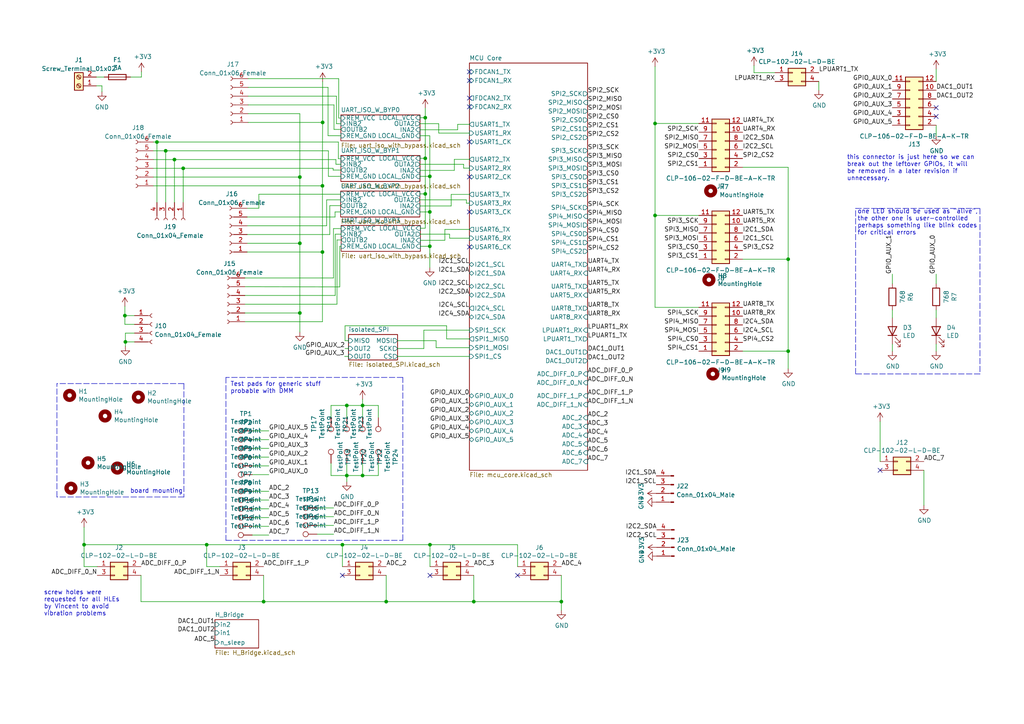
<source format=kicad_sch>
(kicad_sch (version 20211123) (generator eeschema)
  (paper "A4")
  (title_block (title "Avionics STM32 generic node") (date "2022-04-02") (rev "RC2 (Marroncino)") (company "EPFL Xplore") (comment 1 "Authors: Yassine Bakkali, Paolo Celati"))
  (junction (at 93.5228 73.1012))
  (junction (at 76.454 174.498))
  (junction (at 105.156 117.602))
  (junction (at 137.414 174.498))
  (junction (at 93.5736 35.5092))
  (junction (at 59.944 157.988))
  (junction (at 162.814 174.498))
  (junction (at 100.584 137.922))
  (junction (at 53.1368 48.8188))
  (junction (at 86.9696 51.3588))
  (junction (at 86.9696 70.5612))
  (junction (at 123.3424 56.2356))
  (junction (at 36.2204 91.5416))
  (junction (at 45.5168 41.1988))
  (junction (at 50.5968 46.2788))
  (junction (at 124.6632 71.4248))
  (junction (at 93.5228 53.8988))
  (junction (at 112.014 174.498))
  (junction (at 123.3424 34.1376))
  (junction (at 36.3728 99.1616))
  (junction (at 99.314 157.988))
  (junction (at 124.6632 61.468))
  (junction (at 24.384 157.988))
  (junction (at 100.584 117.602))
  (junction (at 123.3424 45.9232))
  (junction (at 189.992 35.814))
  (junction (at 86.9696 90.7796))
  (junction (at 228.6 75.184))
  (junction (at 189.992 62.484))
  (junction (at 228.6 101.854))
  (junction (at 124.714 157.988))
  (junction (at 105.156 137.922))
  (junction (at 124.6632 51.1556))
  (junction (at 48.0568 43.7388))
  (no_connect (at 99.314 166.878))
  (no_connect (at 136.144 23.368))
  (no_connect (at 136.144 30.988))
  (no_connect (at 271.526 31.242))
  (no_connect (at 271.526 33.782))
  (no_connect (at 124.714 166.878))
  (no_connect (at 150.114 166.878))
  (no_connect (at 136.144 71.628))
  (no_connect (at 136.144 61.468))
  (no_connect (at 136.144 41.148))
  (no_connect (at 136.144 51.308))
  (no_connect (at 255.27 136.398))
  (no_connect (at 136.144 20.828))
  (no_connect (at 136.144 28.448))
  (wire (pts (xy 99.949 103.378) (xy 101.092 103.378)))
  (wire (pts (xy 95.1484 39.37) (xy 98.8568 39.37)))
  (polyline (pts (xy 116.84 109.474) (xy 65.532 109.474)))
  (wire (pts (xy 50.5968 58.7248) (xy 50.5968 46.2788)))
  (wire (pts (xy 130.4036 69.088) (xy 136.144 69.088)))
  (wire (pts (xy 109.728 137.922) (xy 109.728 134.366)))
  (wire (pts (xy 123.3424 31.3944) (xy 123.3424 34.1376)))
  (wire (pts (xy 98.2472 34.2392) (xy 98.2472 22.8092)))
  (wire (pts (xy 77.978 132.588) (xy 73.152 132.588)))
  (wire (pts (xy 121.92 71.4248) (xy 124.6632 71.4248)))
  (wire (pts (xy 71.0184 90.7796) (xy 86.9696 90.7796)))
  (wire (pts (xy 105.156 117.602) (xy 105.156 121.158)))
  (wire (pts (xy 97.4344 47.6504) (xy 98.8568 47.6504)))
  (wire (pts (xy 86.9696 70.5612) (xy 86.9696 90.7796)))
  (wire (pts (xy 258.826 89.916) (xy 258.826 92.202)))
  (wire (pts (xy 86.9696 51.3588) (xy 86.9696 70.5612)))
  (wire (pts (xy 77.978 155.194) (xy 73.152 155.194)))
  (wire (pts (xy 77.978 124.968) (xy 73.152 124.968)))
  (wire (pts (xy 121.8184 45.9232) (xy 123.3424 45.9232)))
  (polyline (pts (xy 248.158 108.458) (xy 248.158 60.452)))
  (polyline (pts (xy 248.158 60.452) (xy 284.226 60.452)))
  (wire (pts (xy 98.806 59.6392) (xy 95.6564 59.6392)))
  (wire (pts (xy 45.5168 58.7248) (xy 45.5168 41.1988)))
  (wire (pts (xy 98.8568 51.1556) (xy 95.25 51.1556)))
  (wire (pts (xy 121.7676 57.9628) (xy 135.2804 57.9628)))
  (wire (pts (xy 40.894 174.498) (xy 76.454 174.498)))
  (polyline (pts (xy 65.532 109.474) (xy 65.532 156.718)))
  (wire (pts (xy 202.692 62.484) (xy 189.992 62.484)))
  (wire (pts (xy 135.2804 58.928) (xy 136.144 58.928)))
  (wire (pts (xy 93.5228 73.1012) (xy 93.5228 93.3196)))
  (wire (pts (xy 29.5656 24.892) (xy 29.5656 26.6192)))
  (wire (pts (xy 189.992 35.814) (xy 189.992 19.304)))
  (wire (pts (xy 121.8184 37.6428) (xy 132.7404 37.6428)))
  (polyline (pts (xy 16.51 144.145) (xy 16.51 111.252)))
  (wire (pts (xy 71.0184 88.2396) (xy 97.7392 88.2396)))
  (wire (pts (xy 109.728 117.602) (xy 109.728 121.158)))
  (wire (pts (xy 75.0824 56.3372) (xy 75.0824 60.4012)))
  (wire (pts (xy 122.936 95.758) (xy 136.144 95.758)))
  (wire (pts (xy 150.114 157.988) (xy 124.714 157.988)))
  (wire (pts (xy 98.9584 71.4248) (xy 98.552 71.4248)))
  (wire (pts (xy 132.7404 36.068) (xy 136.144 36.068)))
  (wire (pts (xy 271.526 36.322) (xy 271.526 39.37)))
  (wire (pts (xy 189.992 62.484) (xy 189.992 35.814)))
  (wire (pts (xy 40.894 174.498) (xy 40.894 166.878)))
  (wire (pts (xy 41.021 20.828) (xy 41.021 22.352)))
  (wire (pts (xy 86.9696 90.7796) (xy 86.9696 96.3168)))
  (wire (pts (xy 86.9696 32.9692) (xy 86.9696 51.3588)))
  (wire (pts (xy 271.526 99.822) (xy 271.526 101.854)))
  (wire (pts (xy 127.254 38.608) (xy 127.254 35.8648)))
  (wire (pts (xy 96.774 147.32) (xy 91.948 147.32)))
  (wire (pts (xy 71.6788 62.9412) (xy 97.1804 62.9412)))
  (wire (pts (xy 98.9584 67.9196) (xy 97.2312 67.9196)))
  (wire (pts (xy 48.0568 43.7388) (xy 95.25 43.7388)))
  (wire (pts (xy 98.1456 41.1988) (xy 98.1456 46.0248)))
  (wire (pts (xy 97.5868 35.8648) (xy 97.5868 27.8892)))
  (wire (pts (xy 132.7404 37.6428) (xy 132.7404 36.068)))
  (wire (pts (xy 124.714 157.988) (xy 99.314 157.988)))
  (wire (pts (xy 53.1368 48.8188) (xy 96.6216 48.8188)))
  (wire (pts (xy 255.27 122.2756) (xy 255.27 133.858)))
  (wire (pts (xy 124.6632 51.1556) (xy 124.6632 39.37)))
  (wire (pts (xy 59.944 164.338) (xy 63.754 164.338)))
  (wire (pts (xy 77.978 127.508) (xy 73.152 127.508)))
  (wire (pts (xy 99.314 164.338) (xy 99.314 157.988)))
  (wire (pts (xy 71.0184 93.3196) (xy 93.5228 93.3196)))
  (wire (pts (xy 97.4344 46.2788) (xy 97.4344 47.6504)))
  (wire (pts (xy 105.156 117.602) (xy 109.728 117.602)))
  (polyline (pts (xy 284.226 108.458) (xy 248.158 108.458)))
  (wire (pts (xy 136.144 98.298) (xy 129.54 98.298)))
  (wire (pts (xy 77.978 150.114) (xy 73.152 150.114)))
  (wire (pts (xy 44.5008 51.3588) (xy 86.9696 51.3588)))
  (wire (pts (xy 100.584 137.922) (xy 96.012 137.922)))
  (wire (pts (xy 36.3728 96.6216) (xy 39.0144 96.6216)))
  (polyline (pts (xy 53.34 111.252) (xy 53.34 144.145)))
  (wire (pts (xy 50.5968 46.2788) (xy 97.4344 46.2788)))
  (wire (pts (xy 98.806 56.3372) (xy 75.0824 56.3372)))
  (wire (pts (xy 93.5736 35.5092) (xy 93.5228 43.7388)))
  (wire (pts (xy 36.2204 88.8492) (xy 36.2204 91.5416)))
  (wire (pts (xy 36.3728 99.1616) (xy 39.0144 99.1616)))
  (wire (pts (xy 237.49 23.622) (xy 237.49 26.162)))
  (wire (pts (xy 93.5228 43.7388) (xy 93.5228 53.8988)))
  (wire (pts (xy 130.8608 59.7408) (xy 121.7676 59.7408)))
  (wire (pts (xy 24.384 164.338) (xy 28.194 164.338)))
  (wire (pts (xy 96.774 152.4) (xy 91.948 152.4)))
  (wire (pts (xy 59.944 164.338) (xy 59.944 157.988)))
  (wire (pts (xy 126.492 100.838) (xy 136.144 100.838)))
  (wire (pts (xy 189.992 89.154) (xy 189.992 62.484)))
  (wire (pts (xy 258.826 99.822) (xy 258.826 101.854)))
  (wire (pts (xy 93.5228 53.8988) (xy 93.5228 73.1012)))
  (wire (pts (xy 98.8568 35.8648) (xy 97.5868 35.8648)))
  (wire (pts (xy 123.3424 45.9232) (xy 123.3424 56.2356)))
  (wire (pts (xy 123.3424 56.2356) (xy 123.3424 66.1924)))
  (wire (pts (xy 121.8184 35.8648) (xy 127.254 35.8648)))
  (wire (pts (xy 162.814 174.498) (xy 162.814 166.878)))
  (wire (pts (xy 136.144 56.388) (xy 130.8608 56.388)))
  (wire (pts (xy 98.1456 46.0248) (xy 98.8568 46.0248)))
  (wire (pts (xy 134.4676 48.768) (xy 136.144 48.768)))
  (wire (pts (xy 100.076 94.488) (xy 100.076 98.806)))
  (wire (pts (xy 121.8184 34.1376) (xy 123.3424 34.1376)))
  (wire (pts (xy 99.314 157.988) (xy 59.944 157.988)))
  (wire (pts (xy 36.2204 94.0816) (xy 39.0144 94.0816)))
  (wire (pts (xy 215.392 48.514) (xy 228.6 48.514)))
  (wire (pts (xy 95.1484 25.3492) (xy 95.1484 39.37)))
  (wire (pts (xy 77.978 130.048) (xy 73.152 130.048)))
  (wire (pts (xy 30.226 22.352) (xy 27.94 22.352)))
  (polyline (pts (xy 65.532 156.718) (xy 116.84 156.718)))
  (wire (pts (xy 150.114 164.338) (xy 150.114 157.988)))
  (wire (pts (xy 95.25 51.1556) (xy 95.25 43.7388)))
  (wire (pts (xy 71.9836 35.5092) (xy 93.5736 35.5092)))
  (wire (pts (xy 100.076 98.806) (xy 101.092 98.806)))
  (wire (pts (xy 71.0184 85.6996) (xy 97.2312 85.6996)))
  (wire (pts (xy 100.584 139.7) (xy 100.584 137.922)))
  (wire (pts (xy 96.6216 49.3268) (xy 98.8568 49.3268)))
  (wire (pts (xy 77.978 135.128) (xy 73.152 135.128)))
  (wire (pts (xy 77.978 145.034) (xy 73.152 145.034)))
  (wire (pts (xy 136.144 38.608) (xy 127.254 38.608)))
  (wire (pts (xy 126.492 98.806) (xy 115.316 98.806)))
  (wire (pts (xy 71.9836 30.4292) (xy 96.8756 30.4292)))
  (wire (pts (xy 271.526 20.066) (xy 271.526 23.622)))
  (wire (pts (xy 36.2204 91.5416) (xy 36.2204 94.0816)))
  (wire (pts (xy 96.012 137.922) (xy 96.012 134.366)))
  (wire (pts (xy 124.6632 61.468) (xy 124.6632 51.1556)))
  (wire (pts (xy 44.5008 46.2788) (xy 50.5968 46.2788)))
  (wire (pts (xy 137.414 174.498) (xy 137.414 166.878)))
  (wire (pts (xy 96.7232 66.294) (xy 98.9584 66.294)))
  (wire (pts (xy 98.552 71.4248) (xy 98.552 83.2104)))
  (wire (pts (xy 77.978 137.668) (xy 73.152 137.668)))
  (wire (pts (xy 75.0824 60.4012) (xy 71.6788 60.4012)))
  (wire (pts (xy 271.526 82.296) (xy 271.526 79.502)))
  (wire (pts (xy 94.742 65.4812) (xy 94.742 57.9628)))
  (wire (pts (xy 267.97 136.398) (xy 267.97 146.558)))
  (wire (pts (xy 218.694 21.082) (xy 218.694 19.05)))
  (wire (pts (xy 97.1804 61.468) (xy 98.806 61.468)))
  (wire (pts (xy 124.6632 71.4248) (xy 124.6632 61.468)))
  (wire (pts (xy 105.156 137.922) (xy 105.156 134.366)))
  (wire (pts (xy 24.384 164.338) (xy 24.384 157.988)))
  (wire (pts (xy 258.826 82.296) (xy 258.826 79.502)))
  (wire (pts (xy 123.3424 56.2356) (xy 121.7676 56.2356)))
  (wire (pts (xy 96.774 149.86) (xy 91.948 149.86)))
  (wire (pts (xy 136.144 46.228) (xy 131.7752 46.228)))
  (wire (pts (xy 202.692 89.154) (xy 189.992 89.154)))
  (wire (pts (xy 96.8756 30.4292) (xy 96.8756 37.5412)))
  (wire (pts (xy 228.6 75.184) (xy 228.6 101.854)))
  (wire (pts (xy 124.6632 71.4248) (xy 124.6632 77.6224)))
  (wire (pts (xy 135.2804 57.9628) (xy 135.2804 58.928)))
  (polyline (pts (xy 53.34 111.252) (xy 16.51 111.252)))
  (wire (pts (xy 98.8568 34.2392) (xy 98.2472 34.2392)))
  (wire (pts (xy 41.021 22.352) (xy 37.846 22.352)))
  (wire (pts (xy 96.6216 48.8188) (xy 96.6216 49.3268)))
  (wire (pts (xy 202.692 35.814) (xy 189.992 35.814)))
  (wire (pts (xy 59.944 157.988) (xy 24.384 157.988)))
  (wire (pts (xy 97.7392 88.2396) (xy 97.7392 69.596)))
  (wire (pts (xy 134.4676 47.6504) (xy 134.4676 48.768)))
  (wire (pts (xy 105.156 137.922) (xy 100.584 137.922)))
  (wire (pts (xy 136.144 66.548) (xy 129.032 66.548)))
  (wire (pts (xy 215.392 101.854) (xy 228.6 101.854)))
  (wire (pts (xy 100.584 137.922) (xy 100.584 134.366)))
  (polyline (pts (xy 53.34 144.145) (xy 16.51 144.145)))
  (wire (pts (xy 228.6 48.514) (xy 228.6 75.184)))
  (wire (pts (xy 224.79 21.082) (xy 218.694 21.082)))
  (wire (pts (xy 71.6788 68.0212) (xy 95.6564 68.0212)))
  (wire (pts (xy 77.978 142.494) (xy 73.152 142.494)))
  (wire (pts (xy 124.6632 61.468) (xy 121.7676 61.468)))
  (wire (pts (xy 126.492 100.838) (xy 126.492 98.806)))
  (wire (pts (xy 96.012 117.602) (xy 100.584 117.602)))
  (wire (pts (xy 97.7392 69.596) (xy 98.9584 69.596)))
  (wire (pts (xy 121.8184 51.1556) (xy 124.6632 51.1556)))
  (wire (pts (xy 162.814 177.038) (xy 162.814 174.498)))
  (wire (pts (xy 36.3728 99.1616) (xy 36.3728 96.6216)))
  (wire (pts (xy 124.714 164.338) (xy 124.714 157.988)))
  (wire (pts (xy 122.936 101.092) (xy 122.936 95.758)))
  (wire (pts (xy 100.584 117.602) (xy 100.584 121.158)))
  (wire (pts (xy 44.5008 53.8988) (xy 93.5228 53.8988)))
  (wire (pts (xy 130.8608 56.388) (xy 130.8608 59.7408)))
  (wire (pts (xy 137.414 174.498) (xy 162.814 174.498)))
  (wire (pts (xy 131.7752 46.228) (xy 131.7752 49.4284)))
  (wire (pts (xy 98.2472 22.8092) (xy 71.9836 22.8092)))
  (wire (pts (xy 96.7232 80.6196) (xy 96.7232 66.294)))
  (wire (pts (xy 71.6788 65.4812) (xy 94.742 65.4812)))
  (wire (pts (xy 271.526 89.916) (xy 271.526 92.202)))
  (wire (pts (xy 36.3728 100.4824) (xy 36.3728 99.1616)))
  (wire (pts (xy 129.54 94.488) (xy 100.076 94.488)))
  (wire (pts (xy 115.316 103.378) (xy 136.144 103.378)))
  (wire (pts (xy 27.94 24.892) (xy 29.5656 24.892)))
  (wire (pts (xy 93.5736 23.6728) (xy 93.5736 35.5092)))
  (wire (pts (xy 129.54 98.298) (xy 129.54 94.488)))
  (wire (pts (xy 100.584 117.602) (xy 105.156 117.602)))
  (wire (pts (xy 97.5868 27.8892) (xy 71.9836 27.8892)))
  (wire (pts (xy 124.6632 39.37) (xy 121.8184 39.37)))
  (wire (pts (xy 112.014 174.498) (xy 137.414 174.498)))
  (wire (pts (xy 94.742 57.9628) (xy 98.806 57.9628)))
  (wire (pts (xy 95.6564 59.6392) (xy 95.6564 68.0212)))
  (wire (pts (xy 121.8184 47.6504) (xy 134.4676 47.6504)))
  (wire (pts (xy 129.032 66.548) (xy 129.032 69.6976)))
  (wire (pts (xy 121.92 66.1924) (xy 123.3424 66.1924)))
  (wire (pts (xy 53.1368 58.7248) (xy 53.1368 48.8188)))
  (wire (pts (xy 96.8756 37.5412) (xy 98.8568 37.5412)))
  (wire (pts (xy 121.92 67.9196) (xy 130.4036 67.9196)))
  (polyline (pts (xy 284.226 60.452) (xy 284.226 108.458)))
  (wire (pts (xy 115.316 101.092) (xy 122.936 101.092)))
  (wire (pts (xy 97.2312 67.9196) (xy 97.2312 85.6996)))
  (polyline (pts (xy 116.84 156.718) (xy 116.84 109.474)))
  (wire (pts (xy 100.076 101.092) (xy 101.092 101.092)))
  (wire (pts (xy 77.978 147.574) (xy 73.152 147.574)))
  (wire (pts (xy 44.5008 43.7388) (xy 48.0568 43.7388)))
  (wire (pts (xy 71.0184 83.1596) (xy 98.552 83.2104)))
  (wire (pts (xy 215.392 75.184) (xy 228.6 75.184)))
  (wire (pts (xy 123.3424 34.1376) (xy 123.3424 45.9232)))
  (wire (pts (xy 24.384 157.988) (xy 24.384 152.908)))
  (wire (pts (xy 228.6 101.854) (xy 228.6 106.934)))
  (wire (pts (xy 44.5008 48.8188) (xy 53.1368 48.8188)))
  (wire (pts (xy 96.774 154.94) (xy 91.948 154.94)))
  (wire (pts (xy 71.0184 80.6196) (xy 96.7232 80.6196)))
  (wire (pts (xy 76.454 174.498) (xy 112.014 174.498)))
  (wire (pts (xy 97.1804 62.9412) (xy 97.1804 61.468)))
  (wire (pts (xy 39.0144 91.5416) (xy 36.2204 91.5416)))
  (wire (pts (xy 45.5168 41.1988) (xy 98.1456 41.1988)))
  (wire (pts (xy 121.92 69.6976) (xy 129.032 69.6976)))
  (wire (pts (xy 71.9836 25.3492) (xy 95.1484 25.3492)))
  (wire (pts (xy 109.728 137.922) (xy 105.156 137.922)))
  (wire (pts (xy 48.0568 58.7248) (xy 48.0568 43.7388)))
  (wire (pts (xy 96.012 117.602) (xy 96.012 121.158)))
  (wire (pts (xy 112.014 174.498) (xy 112.014 166.878)))
  (wire (pts (xy 71.6788 70.5612) (xy 86.9696 70.5612)))
  (wire (pts (xy 71.9836 32.9692) (xy 86.9696 32.9692)))
  (wire (pts (xy 105.156 115.824) (xy 105.156 117.602)))
  (wire (pts (xy 121.8184 49.4284) (xy 131.7752 49.4284)))
  (wire (pts (xy 77.978 152.654) (xy 73.152 152.654)))
  (wire (pts (xy 76.454 174.498) (xy 76.454 166.878)))
  (wire (pts (xy 44.5008 41.1988) (xy 45.5168 41.1988)))
  (wire (pts (xy 71.6788 73.1012) (xy 93.5228 73.1012)))
  (wire (pts (xy 130.4036 67.9196) (xy 130.4036 69.088)))
  (text "one LED should be used as \"alive\",\nthe other one is user-controlled\nperhaps something like blink codes\nfor critical errors" (at 248.666 68.326 0) (effects (font (size 1.27 1.27)) (justify left bottom)))
  (text "this connector is just here so we can\nbreak out the leftover GPIOs, it will\nbe removed in a later revision if\nunnecessary." (at 245.618 52.578 0) (effects (font (size 1.27 1.27)) (justify left bottom)))
  (text "screw holes were\nrequested for all HLEs\nby Vincent to avoid\nvibration problems" (at 12.7 178.816 0) (effects (font (size 1.27 1.27)) (justify left bottom)))
  (text "Test pads for generic stuff\nprobable with DMM" (at 66.802 114.3 0) (effects (font (size 1.27 1.27)) (justify left bottom)))
  (text "board mounting" (at 37.719 143.256 0) (effects (font (size 1.27 1.27)) (justify left bottom)))
  (label "UART8_TX" (at 215.392 89.154 0))
  (label "SPI2_SCK" (at 170.434 27.178 0))
  (label "ADC_5" (at 77.978 150.114 0))
  (label "SPI4_CS1" (at 202.692 101.854 180))
  (label "SPI3_MISO" (at 202.692 67.564 180))
  (label "SPI4_SCK" (at 170.434 60.198 0))
  (label "GPIO_AUX_3" (at 136.144 122.428 180))
  (label "SPI4_SCK" (at 202.692 91.694 180))
  (label "SPI3_MOSI" (at 170.434 48.768 0))
  (label "GPIO_AUX_1" (at 258.826 79.502 90))
  (label "ADC_DIFF_0_N" (at 28.194 166.878 180))
  (label "SPI3_CS0" (at 170.434 51.308 0))
  (label "ADC_6" (at 77.978 152.654 0))
  (label "UART4_TX" (at 215.392 35.814 0))
  (label "SPI2_MOSI" (at 202.692 43.434 180))
  (label "ADC_4" (at 170.434 126.238 0))
  (label "UART5_TX" (at 170.434 83.058 0))
  (label "SPI2_CS2" (at 215.392 45.974 0))
  (label "GPIO_AUX_2" (at 77.978 132.588 0))
  (label "ADC_3" (at 77.978 145.034 0))
  (label "GPIO_AUX_2" (at 258.826 28.702 180))
  (label "SPI3_MISO" (at 170.434 46.228 0))
  (label "I2C4_SCL" (at 136.144 89.408 180))
  (label "I2C2_SCL" (at 215.392 43.434 0))
  (label "GPIO_AUX_3" (at 99.949 103.378 180))
  (label "GPIO_AUX_3" (at 258.826 31.242 180))
  (label "SPI4_MISO" (at 202.692 94.234 180))
  (label "GPIO_AUX_5" (at 136.144 127.508 180))
  (label "ADC_5" (at 62.3316 186.3344 180))
  (label "ADC_DIFF_0_N" (at 170.434 110.998 0))
  (label "GPIO_AUX_3" (at 77.978 130.048 0))
  (label "SPI4_CS2" (at 215.392 99.314 0))
  (label "ADC_2" (at 77.978 142.494 0))
  (label "SPI3_CS2" (at 215.392 72.644 0))
  (label "ADC_2" (at 112.014 164.338 0))
  (label "GPIO_AUX_2" (at 100.076 101.092 180))
  (label "SPI2_CS1" (at 202.692 48.514 180))
  (label "UART4_RX" (at 215.392 38.354 0))
  (label "DAC1_OUT1" (at 170.434 102.108 0))
  (label "ADC_7" (at 170.434 133.858 0))
  (label "ADC_DIFF_0_N" (at 96.774 149.86 0))
  (label "I2C2_SDA" (at 190.5 153.67 180))
  (label "SPI3_SCK" (at 202.692 65.024 180))
  (label "SPI2_MISO" (at 202.692 40.894 180))
  (label "LPUART1_TX" (at 170.434 98.298 0))
  (label "GPIO_AUX_0" (at 271.526 79.502 90))
  (label "UART8_TX" (at 170.434 89.408 0))
  (label "ADC_2" (at 170.434 121.158 0))
  (label "SPI2_CS1" (at 170.434 37.338 0))
  (label "ADC_5" (at 170.434 128.778 0))
  (label "SPI3_CS1" (at 202.692 75.184 180))
  (label "ADC_DIFF_0_P" (at 96.774 147.32 0))
  (label "SPI4_CS0" (at 170.434 67.818 0))
  (label "I2C4_SCL" (at 215.392 96.774 0))
  (label "DAC1_OUT2" (at 170.434 104.648 0))
  (label "I2C2_SDA" (at 215.392 40.894 0))
  (label "ADC_7" (at 267.97 133.858 0))
  (label "ADC_DIFF_1_P" (at 96.774 152.4 0))
  (label "I2C1_SDA" (at 136.144 79.248 180))
  (label "UART4_RX" (at 170.434 79.248 0))
  (label "SPI3_SCK" (at 170.434 43.688 0))
  (label "ADC_DIFF_1_N" (at 96.774 154.94 0))
  (label "DAC1_OUT1" (at 271.526 26.162 0))
  (label "GPIO_AUX_4" (at 77.978 127.508 0))
  (label "I2C1_SDA" (at 190.3476 138.0236 180))
  (label "DAC1_OUT2" (at 271.526 28.702 0))
  (label "ADC_4" (at 77.978 147.574 0))
  (label "ADC_3" (at 170.434 123.698 0))
  (label "ADC_6" (at 170.434 131.318 0))
  (label "UART8_RX" (at 170.434 91.948 0))
  (label "I2C1_SCL" (at 190.3476 140.5636 180))
  (label "UART8_RX" (at 215.392 91.694 0))
  (label "GPIO_AUX_1" (at 77.978 135.128 0))
  (label "I2C2_SCL" (at 136.144 83.058 180))
  (label "GPIO_AUX_4" (at 136.144 124.968 180))
  (label "ADC_4" (at 162.814 164.338 0))
  (label "SPI4_CS2" (at 170.434 72.898 0))
  (label "ADC_7" (at 77.978 155.194 0))
  (label "SPI2_SCK" (at 202.692 38.354 180))
  (label "LPUART1_RX" (at 224.79 23.622 180))
  (label "UART5_TX" (at 215.392 62.484 0))
  (label "DAC1_OUT2" (at 62.3316 183.5404 180))
  (label "GPIO_AUX_5" (at 77.978 124.968 0))
  (label "SPI2_MISO" (at 170.434 29.718 0))
  (label "SPI4_MOSI" (at 202.692 96.774 180))
  (label "I2C4_SDA" (at 136.144 91.948 180))
  (label "SPI4_CS0" (at 202.692 99.314 180))
  (label "GPIO_AUX_2" (at 136.144 119.888 180))
  (label "ADC_DIFF_0_P" (at 40.894 164.338 0))
  (label "SPI3_CS2" (at 170.434 56.388 0))
  (label "SPI2_CS0" (at 170.434 34.798 0))
  (label "UART5_RX" (at 215.392 65.024 0))
  (label "GPIO_AUX_0" (at 258.826 23.622 180))
  (label "LPUART1_TX" (at 237.49 21.082 0))
  (label "I2C4_SDA" (at 215.392 94.234 0))
  (label "ADC_3" (at 137.414 164.338 0))
  (label "UART4_TX" (at 170.434 76.708 0))
  (label "SPI4_MISO" (at 170.434 62.738 0))
  (label "GPIO_AUX_5" (at 258.826 36.322 180))
  (label "ADC_DIFF_0_P" (at 170.434 108.458 0))
  (label "I2C2_SCL" (at 190.5 156.21 180))
  (label "GPIO_AUX_0" (at 77.978 137.668 0))
  (label "ADC_DIFF_1_P" (at 76.454 164.338 0))
  (label "LPUART1_RX" (at 170.434 95.758 0))
  (label "SPI4_CS1" (at 170.434 70.358 0))
  (label "ADC_DIFF_1_P" (at 170.434 114.808 0))
  (label "I2C1_SCL" (at 136.144 76.708 180))
  (label "ADC_DIFF_1_N" (at 170.434 117.348 0))
  (label "SPI2_CS0" (at 202.692 45.974 180))
  (label "SPI3_CS1" (at 170.434 53.848 0))
  (label "SPI4_MOSI" (at 170.434 65.278 0))
  (label "GPIO_AUX_1" (at 136.144 117.348 180))
  (label "GPIO_AUX_4" (at 258.826 33.782 180))
  (label "I2C1_SCL" (at 215.392 70.104 0))
  (label "DAC1_OUT1" (at 62.3316 181.1528 180))
  (label "SPI3_CS0" (at 202.692 72.644 180))
  (label "I2C1_SDA" (at 215.392 67.564 0))
  (label "SPI3_MOSI" (at 202.692 70.104 180))
  (label "GPIO_AUX_0" (at 136.144 114.808 180))
  (label "SPI2_MOSI" (at 170.434 32.258 0))
  (label "ADC_DIFF_1_N" (at 63.754 166.878 180))
  (label "I2C2_SDA" (at 136.144 85.598 180))
  (label "GPIO_AUX_1" (at 258.826 26.162 180))
  (label "SPI2_CS2" (at 170.434 39.878 0))
  (label "UART5_RX" (at 170.434 85.598 0))
  (symbol (lib_id "power:+3V3") (at 189.992 19.304 0) (unit 1)
    (property "Reference" "#PWR0113" (effects hide))
    (property "Value" "+3V3" (at 190.373 14.9098 0))
  )
  (symbol (lib_id "power:GND") (at 228.6 106.934 0) (unit 1)
    (property "Reference" "#PWR0110" (effects hide))
    (property "Value" "GND" (at 228.727 111.3282 0))
  )
  (symbol (lib_id "power:+3V3") (at 41.021 20.828 0) (unit 1)
    (property "Reference" "#PWR0104" (effects hide))
    (property "Value" "+3V3" (at 41.402 16.4338 0))
  )
  (symbol (lib_id "power:GND") (at 162.814 177.038 0) (unit 1)
    (property "Reference" "#PWR0108" (effects hide))
    (property "Value" "GND" (at 162.941 181.4322 0))
  )
  (symbol (lib_id "power:+3V3") (at 24.384 152.908 0) (unit 1)
    (property "Reference" "#PWR0101" (effects hide))
    (property "Value" "+3V3" (at 24.765 148.5138 0))
  )
  (symbol (lib_id "power:GND") (at 267.97 146.558 0) (unit 1)
    (property "Reference" "#PWR0109" (effects hide))
    (property "Value" "GND" (at 268.097 150.9522 0))
  )
  (symbol (lib_id "power:+3V3") (at 255.27 122.2756 0) (unit 1)
    (property "Reference" "#PWR0115" (effects hide))
    (property "Value" "+3V3" (at 255.651 117.8814 0))
  )
  (symbol (lib_id "Connector_Generic:Conn_02x06_Odd_Even") (at 207.772 43.434 0) (mirror x) (unit 1)
    (property "Reference" "J7" (at 209.042 54.0258 0))
    (property "Value" "CLP-106-02-F-D-BE-A-K-TR" (at 209.042 51.7144 0))
    (property "Footprint" "node_pcb:SAMTEC-CLP-106-02-X-D-BE" (effects hide))
    (property "Datasheet" "https://www.digikey.ch/en/products/detail/samtec-inc/CLP-106-02-F-D-BE-A-K-TR/6703882" (effects hide))
  )
  (symbol (lib_id "Connector_Generic:Conn_02x06_Odd_Even") (at 207.772 70.104 0) (mirror x) (unit 1)
    (property "Reference" "J8" (at 209.042 80.6958 0))
    (property "Value" "CLP-106-02-F-D-BE-A-K-TR" (at 209.042 78.3844 0))
    (property "Footprint" "node_pcb:SAMTEC-CLP-106-02-X-D-BE" (effects hide))
    (property "Datasheet" "https://www.digikey.ch/en/products/detail/samtec-inc/CLP-106-02-F-D-BE-A-K-TR/6703882" (effects hide))
  )
  (symbol (lib_id "Connector_Generic:Conn_02x06_Odd_Even") (at 207.772 96.774 0) (mirror x) (unit 1)
    (property "Reference" "J9" (at 209.042 107.3658 0))
    (property "Value" "CLP-106-02-F-D-BE-A-K-TR" (at 209.042 105.0544 0))
    (property "Footprint" "node_pcb:SAMTEC-CLP-106-02-X-D-BE" (effects hide))
    (property "Datasheet" "https://www.digikey.ch/en/products/detail/samtec-inc/CLP-106-02-F-D-BE-A-K-TR/6703882" (effects hide))
  )
  (symbol (lib_id "Connector:TestPoint") (at 73.152 142.494 90) (unit 1)
    (property "Reference" "TP7" (at 71.3232 137.541 90))
    (property "Value" "TestPoint" (at 71.3232 139.8524 90))
    (property "Footprint" "TestPoint:TestPoint_Pad_D2.5mm" (effects hide))
  )
  (symbol (lib_id "Connector_Generic:Conn_02x06_Odd_Even") (at 263.906 31.242 0) (mirror x) (unit 1)
    (property "Reference" "J13" (at 265.176 41.8338 0))
    (property "Value" "CLP-106-02-F-D-BE-A-K-TR" (at 265.176 39.5224 0))
    (property "Footprint" "node_pcb:SAMTEC-CLP-106-02-X-D-BE" (effects hide))
    (property "Datasheet" "https://www.digikey.ch/en/products/detail/samtec-inc/CLP-106-02-F-D-BE-A-K-TR/6703882" (effects hide))
  )
  (symbol (lib_id "power:+3V3") (at 271.526 20.066 0) (unit 1)
    (property "Reference" "#PWR0117" (effects hide))
    (property "Value" "+3V3" (at 271.907 15.6718 0))
  )
  (symbol (lib_id "power:GND") (at 271.526 39.37 0) (unit 1)
    (property "Reference" "#PWR0118" (effects hide))
    (property "Value" "GND" (at 271.653 43.7642 0))
  )
  (symbol (lib_id "Connector:TestPoint") (at 73.152 145.034 90) (unit 1)
    (property "Reference" "TP8" (at 71.3232 140.081 90))
    (property "Value" "TestPoint" (at 71.3232 142.3924 90))
    (property "Footprint" "TestPoint:TestPoint_Pad_D2.5mm" (effects hide))
  )
  (symbol (lib_id "Connector:TestPoint") (at 73.152 147.574 90) (unit 1)
    (property "Reference" "TP9" (at 71.3232 142.621 90))
    (property "Value" "TestPoint" (at 71.3232 144.9324 90))
    (property "Footprint" "TestPoint:TestPoint_Pad_D2.5mm" (effects hide))
  )
  (symbol (lib_id "Connector:TestPoint") (at 73.152 150.114 90) (unit 1)
    (property "Reference" "TP10" (at 71.3232 145.161 90))
    (property "Value" "TestPoint" (at 71.3232 147.4724 90))
    (property "Footprint" "TestPoint:TestPoint_Pad_D2.5mm" (effects hide))
  )
  (symbol (lib_id "Connector:TestPoint") (at 73.152 152.654 90) (unit 1)
    (property "Reference" "TP11" (at 71.3232 147.701 90))
    (property "Value" "TestPoint" (at 71.3232 150.0124 90))
    (property "Footprint" "TestPoint:TestPoint_Pad_D2.5mm" (effects hide))
  )
  (symbol (lib_id "Connector_Generic:Conn_02x02_Odd_Even") (at 260.35 133.858 0) (unit 1)
    (property "Reference" "J12" (at 261.62 128.3462 0))
    (property "Value" "CLP-102-02-L-D-BE" (at 261.62 130.6576 0))
    (property "Footprint" "node_pcb:SAMTEC-CLP-102-02-X-D-BE" (effects hide))
    (property "Datasheet" "https://www.digikey.ch/en/products/detail/samtec-inc/CLP-102-02-L-D-BE/6613218" (effects hide))
  )
  (symbol (lib_id "Connector:TestPoint") (at 73.152 155.194 90) (unit 1)
    (property "Reference" "TP12" (at 71.3232 150.241 90))
    (property "Value" "TestPoint" (at 71.3232 152.5524 90))
    (property "Footprint" "TestPoint:TestPoint_Pad_D2.5mm" (effects hide))
  )
  (symbol (lib_id "Connector:TestPoint") (at 96.012 134.366 0) (unit 1)
    (property "Reference" "TP18" (at 100.965 132.5372 90))
    (property "Value" "TestPoint" (at 98.6536 132.5372 90))
    (property "Footprint" "TestPoint:TestPoint_Pad_D2.5mm" (effects hide))
  )
  (symbol (lib_id "Device:Fuse") (at 34.036 22.352 270) (unit 1)
    (property "Reference" "F1" (at 34.036 17.3482 90))
    (property "Value" "3A" (at 34.036 19.6596 90))
    (property "Footprint" "Fuse:Fuse_0805_2012Metric_Pad1.15x1.40mm_HandSolder" (effects hide))
    (property "Datasheet" "https://www.digikey.ch/en/products/detail/vishay-beyschlag-draloric-bc-components/MFU0805FF03000P100/1206497" (effects hide))
  )
  (symbol (lib_id "Connector:TestPoint") (at 91.948 147.32 90) (unit 1)
    (property "Reference" "TP13" (at 90.1192 142.367 90))
    (property "Value" "TestPoint" (at 90.1192 144.6784 90))
    (property "Footprint" "TestPoint:TestPoint_Pad_D2.5mm" (effects hide))
  )
  (symbol (lib_id "Connector:TestPoint") (at 91.948 149.86 90) (unit 1)
    (property "Reference" "TP14" (at 90.1192 144.907 90))
    (property "Value" "TestPoint" (at 90.1192 147.2184 90))
    (property "Footprint" "TestPoint:TestPoint_Pad_D2.5mm" (effects hide))
  )
  (symbol (lib_id "Connector:TestPoint") (at 91.948 152.4 90) (unit 1)
    (property "Reference" "TP15" (at 90.1192 147.447 90))
    (property "Value" "TestPoint" (at 90.1192 149.7584 90))
    (property "Footprint" "TestPoint:TestPoint_Pad_D2.5mm" (effects hide))
  )
  (symbol (lib_id "Connector:TestPoint") (at 91.948 154.94 90) (unit 1)
    (property "Reference" "TP16" (at 90.1192 149.987 90))
    (property "Value" "TestPoint" (at 90.1192 152.2984 90))
    (property "Footprint" "TestPoint:TestPoint_Pad_D2.5mm" (effects hide))
  )
  (symbol (lib_id "Connector_Generic:Conn_02x02_Odd_Even") (at 33.274 164.338 0) (unit 1)
    (property "Reference" "J2" (at 34.544 158.8262 0))
    (property "Value" "CLP-102-02-L-D-BE" (at 34.544 161.1376 0))
    (property "Footprint" "node_pcb:SAMTEC-CLP-102-02-X-D-BE" (effects hide))
    (property "Datasheet" "https://www.digikey.ch/en/products/detail/samtec-inc/CLP-102-02-L-D-BE/6613218" (effects hide))
  )
  (symbol (lib_id "Connector_Generic:Conn_02x02_Odd_Even") (at 68.834 164.338 0) (unit 1)
    (property "Reference" "J3" (at 70.104 158.8262 0))
    (property "Value" "CLP-102-02-L-D-BE" (at 70.104 161.1376 0))
    (property "Footprint" "node_pcb:SAMTEC-CLP-102-02-X-D-BE" (effects hide))
    (property "Datasheet" "https://www.digikey.ch/en/products/detail/samtec-inc/CLP-102-02-L-D-BE/6613218" (effects hide))
  )
  (symbol (lib_id "Connector:TestPoint") (at 73.152 124.968 90) (unit 1)
    (property "Reference" "TP1" (at 71.3232 120.015 90))
    (property "Value" "TestPoint" (at 71.3232 122.3264 90))
    (property "Footprint" "TestPoint:TestPoint_Pad_D2.5mm" (effects hide))
  )
  (symbol (lib_id "Connector:TestPoint") (at 73.152 127.508 90) (unit 1)
    (property "Reference" "TP2" (at 71.3232 122.555 90))
    (property "Value" "TestPoint" (at 71.3232 124.8664 90))
    (property "Footprint" "TestPoint:TestPoint_Pad_D2.5mm" (effects hide))
  )
  (symbol (lib_id "Connector:TestPoint") (at 73.152 130.048 90) (unit 1)
    (property "Reference" "TP3" (at 71.3232 125.095 90))
    (property "Value" "TestPoint" (at 71.3232 127.4064 90))
    (property "Footprint" "TestPoint:TestPoint_Pad_D2.5mm" (effects hide))
  )
  (symbol (lib_id "Connector:TestPoint") (at 73.152 132.588 90) (unit 1)
    (property "Reference" "TP4" (at 71.3232 127.635 90))
    (property "Value" "TestPoint" (at 71.3232 129.9464 90))
    (property "Footprint" "TestPoint:TestPoint_Pad_D2.5mm" (effects hide))
  )
  (symbol (lib_id "Connector:TestPoint") (at 73.152 135.128 90) (unit 1)
    (property "Reference" "TP5" (at 71.3232 130.175 90))
    (property "Value" "TestPoint" (at 71.3232 132.4864 90))
    (property "Footprint" "TestPoint:TestPoint_Pad_D2.5mm" (effects hide))
  )
  (symbol (lib_id "Connector:TestPoint") (at 73.152 137.668 90) (unit 1)
    (property "Reference" "TP6" (at 71.3232 132.715 90))
    (property "Value" "TestPoint" (at 71.3232 135.0264 90))
    (property "Footprint" "TestPoint:TestPoint_Pad_D2.5mm" (effects hide))
  )
  (symbol (lib_id "Connector_Generic:Conn_02x02_Odd_Even") (at 104.394 164.338 0) (unit 1)
    (property "Reference" "J4" (at 105.664 158.8262 0))
    (property "Value" "CLP-102-02-L-D-BE" (at 105.664 161.1376 0))
    (property "Footprint" "node_pcb:SAMTEC-CLP-102-02-X-D-BE" (effects hide))
    (property "Datasheet" "https://www.digikey.ch/en/products/detail/samtec-inc/CLP-102-02-L-D-BE/6613218" (effects hide))
  )
  (symbol (lib_id "Connector_Generic:Conn_02x02_Odd_Even") (at 129.794 164.338 0) (unit 1)
    (property "Reference" "J5" (at 131.064 158.8262 0))
    (property "Value" "CLP-102-02-L-D-BE" (at 131.064 161.1376 0))
    (property "Footprint" "node_pcb:SAMTEC-CLP-102-02-X-D-BE" (effects hide))
    (property "Datasheet" "https://www.digikey.ch/en/products/detail/samtec-inc/CLP-102-02-L-D-BE/6613218" (effects hide))
  )
  (symbol (lib_id "Connector_Generic:Conn_02x02_Odd_Even") (at 155.194 164.338 0) (unit 1)
    (property "Reference" "J6" (at 156.464 158.8262 0))
    (property "Value" "CLP-102-02-L-D-BE" (at 156.464 161.1376 0))
    (property "Footprint" "node_pcb:SAMTEC-CLP-102-02-X-D-BE" (effects hide))
    (property "Datasheet" "https://www.digikey.ch/en/products/detail/samtec-inc/CLP-102-02-L-D-BE/6613218" (effects hide))
  )
  (symbol (lib_id "power:GND") (at 100.584 139.7 0) (unit 1)
    (property "Reference" "#PWR0102" (effects hide))
    (property "Value" "GND" (at 100.711 144.0942 0))
  )
  (symbol (lib_id "Connector:TestPoint") (at 100.584 134.366 0) (unit 1)
    (property "Reference" "TP20" (at 105.537 132.5372 90))
    (property "Value" "TestPoint" (at 103.2256 132.5372 90))
    (property "Footprint" "TestPoint:TestPoint_Pad_D2.5mm" (effects hide))
  )
  (symbol (lib_id "Connector:TestPoint") (at 105.156 134.366 0) (unit 1)
    (property "Reference" "TP22" (at 110.109 132.5372 90))
    (property "Value" "TestPoint" (at 107.7976 132.5372 90))
    (property "Footprint" "TestPoint:TestPoint_Pad_D2.5mm" (effects hide))
  )
  (symbol (lib_id "Connector:TestPoint") (at 109.728 134.366 0) (unit 1)
    (property "Reference" "TP24" (at 114.681 132.5372 90))
    (property "Value" "TestPoint" (at 112.3696 132.5372 90))
    (property "Footprint" "TestPoint:TestPoint_Pad_D2.5mm" (effects hide))
  )
  (symbol (lib_id "Mechanical:MountingHole") (at 25.527 134.239 0) (unit 1)
    (property "Reference" "H5" (at 28.067 133.0706 0) (effects (justify left)))
    (property "Value" "MountingHole" (at 28.067 135.382 0) (effects (justify left)))
    (property "Footprint" "MountingHole:MountingHole_2.2mm_M2" (effects hide))
  )
  (symbol (lib_id "Mechanical:MountingHole") (at 40.132 115.189 0) (unit 1)
    (property "Reference" "H2" (at 42.672 114.0206 0) (effects (justify left)))
    (property "Value" "MountingHole" (at 42.672 116.332 0) (effects (justify left)))
    (property "Footprint" "MountingHole:MountingHole_2.2mm_M2" (effects hide))
  )
  (symbol (lib_id "Connector:TestPoint") (at 109.728 121.158 180) (unit 1)
    (property "Reference" "TP23" (at 104.775 122.9868 90))
    (property "Value" "TestPoint" (at 107.0864 122.9868 90))
    (property "Footprint" "TestPoint:TestPoint_Pad_D2.5mm" (effects hide))
  )
  (symbol (lib_id "Connector:TestPoint") (at 105.156 121.158 180) (unit 1)
    (property "Reference" "TP21" (at 100.203 122.9868 90))
    (property "Value" "TestPoint" (at 102.5144 122.9868 90))
    (property "Footprint" "TestPoint:TestPoint_Pad_D2.5mm" (effects hide))
  )
  (symbol (lib_id "Connector:TestPoint") (at 100.584 121.158 180) (unit 1)
    (property "Reference" "TP19" (at 95.631 122.9868 90))
    (property "Value" "TestPoint" (at 97.9424 122.9868 90))
    (property "Footprint" "TestPoint:TestPoint_Pad_D2.5mm" (effects hide))
  )
  (symbol (lib_id "Connector:TestPoint") (at 96.012 121.158 180) (unit 1)
    (property "Reference" "TP17" (at 91.059 122.9868 90))
    (property "Value" "TestPoint" (at 93.3704 122.9868 90))
    (property "Footprint" "TestPoint:TestPoint_Pad_D2.5mm" (effects hide))
  )
  (symbol (lib_id "Mechanical:MountingHole") (at 206.756 108.458 0) (unit 1)
    (property "Reference" "H9" (at 209.296 107.2896 0) (effects (justify left)))
    (property "Value" "MountingHole" (at 209.296 109.601 0) (effects (justify left)))
    (property "Footprint" "MountingHole:MountingHole_2.2mm_M2" (effects hide))
  )
  (symbol (lib_id "power:+3V3") (at 105.156 115.824 0) (unit 1)
    (property "Reference" "#PWR0103" (effects hide))
    (property "Value" "+3V3" (at 105.537 111.4298 0))
  )
  (symbol (lib_id "Mechanical:MountingHole") (at 20.193 114.681 0) (unit 1)
    (property "Reference" "H1" (at 22.733 113.5126 0) (effects (justify left)))
    (property "Value" "MountingHole" (at 22.733 115.824 0) (effects (justify left)))
    (property "Footprint" "MountingHole:MountingHole_2.2mm_M2" (effects hide))
  )
  (symbol (lib_id "Mechanical:MountingHole") (at 34.036 135.763 0) (unit 1)
    (property "Reference" "H6" (at 36.576 134.5946 0) (effects (justify left)))
    (property "Value" "MountingHole" (at 36.576 136.906 0) (effects (justify left)))
    (property "Footprint" "MountingHole:MountingHole_2.2mm_M2" (effects hide))
  )
  (symbol (lib_id "Mechanical:MountingHole") (at 205.613 81.153 0) (unit 1)
    (property "Reference" "H8" (at 208.153 79.9846 0) (effects (justify left)))
    (property "Value" "MountingHole" (at 208.153 82.296 0) (effects (justify left)))
    (property "Footprint" "MountingHole:MountingHole_2.2mm_M2" (effects hide))
  )
  (symbol (lib_id "Mechanical:MountingHole") (at 30.48 120.65 0) (unit 1)
    (property "Reference" "H4" (at 33.02 119.4816 0) (effects (justify left)))
    (property "Value" "MountingHole" (at 33.02 121.793 0) (effects (justify left)))
    (property "Footprint" "MountingHole:MountingHole_2.2mm_M2" (effects hide))
  )
  (symbol (lib_id "Mechanical:MountingHole") (at 206.121 55.372 0) (unit 1)
    (property "Reference" "H7" (at 208.661 54.2036 0) (effects (justify left)))
    (property "Value" "MountingHole" (at 208.661 56.515 0) (effects (justify left)))
    (property "Footprint" "MountingHole:MountingHole_2.2mm_M2" (effects hide))
  )
  (symbol (lib_id "Mechanical:MountingHole") (at 20.574 141.605 0) (unit 1)
    (property "Reference" "H3" (at 23.114 140.4366 0) (effects (justify left)))
    (property "Value" "MountingHole" (at 23.114 142.748 0) (effects (justify left)))
    (property "Footprint" "MountingHole:MountingHole_2.2mm_M2" (effects hide))
  )
  (symbol (lib_id "Device:R") (at 258.826 86.106 180) (unit 1)
    (property "Reference" "R6" (at 264.0838 86.106 90))
    (property "Value" "768" (at 261.7724 86.106 90))
    (property "Footprint" "Resistor_SMD:R_0805_2012Metric_Pad1.20x1.40mm_HandSolder" (effects hide))
    (property "Datasheet" "https://www.mouser.ch/ProductDetail/Susumu/RR1220P-7680-D-M?qs=sGAEpiMZZMvdGkrng054t0uOsFOTJMhbZLPPpOmrJ7U%3D" (effects hide))
  )
  (symbol (lib_id "Device:LED") (at 258.826 96.012 90) (unit 1)
    (property "Reference" "D3" (at 261.8232 95.0214 90) (effects (justify right)))
    (property "Value" "LED" (at 261.8232 97.3328 90) (effects (justify right)))
    (property "Footprint" "LED_SMD:LED_1206_3216Metric_Pad1.42x1.75mm_HandSolder" (effects hide))
    (property "Datasheet" "https://www.mouser.ch/ProductDetail/Kingbright/APTD3216LSYCK?qs=AQlKX63v8RvoX%252BazwCMI3g%3D%3D" (effects hide))
  )
  (symbol (lib_id "power:GND") (at 258.826 101.854 0) (unit 1)
    (property "Reference" "#PWR0111" (effects hide))
    (property "Value" "GND" (at 258.953 106.2482 0))
  )
  (symbol (lib_id "Device:R") (at 271.526 86.106 180) (unit 1)
    (property "Reference" "R7" (at 276.7838 86.106 90))
    (property "Value" "768" (at 274.4724 86.106 90))
    (property "Footprint" "Resistor_SMD:R_0805_2012Metric_Pad1.20x1.40mm_HandSolder" (effects hide))
    (property "Datasheet" "https://www.mouser.ch/ProductDetail/Susumu/RR1220P-7680-D-M?qs=sGAEpiMZZMvdGkrng054t0uOsFOTJMhbZLPPpOmrJ7U%3D" (effects hide))
  )
  (symbol (lib_id "Device:LED") (at 271.526 96.012 90) (unit 1)
    (property "Reference" "D4" (at 274.5232 95.0214 90) (effects (justify right)))
    (property "Value" "LED" (at 274.5232 97.3328 90) (effects (justify right)))
    (property "Footprint" "LED_SMD:LED_1206_3216Metric_Pad1.42x1.75mm_HandSolder" (effects hide))
    (property "Datasheet" "https://www.mouser.ch/ProductDetail/Kingbright/APTD3216LSYCK?qs=AQlKX63v8RvoX%252BazwCMI3g%3D%3D" (effects hide))
  )
  (symbol (lib_id "power:GND") (at 271.526 101.854 0) (unit 1)
    (property "Reference" "#PWR0112" (effects hide))
    (property "Value" "GND" (at 271.653 106.2482 0))
  )
  (symbol (lib_id "Connector_Generic:Conn_02x02_Odd_Even") (at 229.87 21.082 0) (unit 1)
    (property "Reference" "J14" (at 231.14 15.5702 0))
    (property "Value" "CLP-102-02-L-D-BE" (at 231.14 17.8816 0))
    (property "Footprint" "node_pcb:SAMTEC-CLP-102-02-X-D-BE" (effects hide))
    (property "Datasheet" "https://www.digikey.ch/en/products/detail/samtec-inc/CLP-102-02-L-D-BE/6613218" (effects hide))
  )
  (symbol (lib_id "power:GND") (at 237.49 26.162 0) (unit 1)
    (property "Reference" "#PWR0116" (effects hide))
    (property "Value" "GND" (at 237.617 30.5562 0))
  )
  (symbol (lib_id "power:+3V3") (at 218.694 19.05 0) (unit 1)
    (property "Reference" "#PWR0114" (effects hide))
    (property "Value" "+3V3" (at 219.075 14.6558 0))
  )
  (symbol (lib_id "Connector:Screw_Terminal_01x02") (at 22.86 24.892 180) (unit 1)
    (property "Reference" "J1" (at 22.86 17.3822 0))
    (property "Value" "Screw_Terminal_01x02" (at 22.86 19.9191 0))
    (property "Footprint" "TerminalBlock:TerminalBlock_Altech_AK300-2_P5.00mm" (effects hide))
    (property "Datasheet" "https://www.digikey.ch/en/products/detail/w%C3%BCrth-elektronik/691137710002/6644051" (effects hide))
  )
  (symbol (lib_id "power:+3V3") (at 190.5 158.75 90) (unit 1)
    (property "Reference" "#PWR03" (effects hide))
    (property "Value" "+3V3" (at 186.1058 158.369 0))
  )
  (symbol (lib_id "power:GND") (at 36.3728 100.4824 0) (unit 1)
    (property "Reference" "#PWR09" (effects hide))
    (property "Value" "GND" (at 36.3728 104.9258 0))
  )
  (symbol (lib_id "power:+3V3") (at 36.2204 88.8492 0) (unit 1)
    (property "Reference" "#PWR08" (effects hide))
    (property "Value" "+3V3" (at 36.6014 84.455 0))
  )
  (symbol (lib_id "power:+3V3") (at 190.3476 143.1036 90) (unit 1)
    (property "Reference" "#PWR02" (effects hide))
    (property "Value" "+3V3" (at 185.9534 142.7226 0))
  )
  (symbol (lib_id "power:+3V3") (at 93.5736 23.6728 0) (unit 1)
    (property "Reference" "#PWR0107" (effects hide))
    (property "Value" "+3V3" (at 93.9546 19.2786 0))
  )
  (symbol (lib_id "Connector:Conn_01x04_Male") (at 195.58 158.75 180) (unit 1)
    (property "Reference" "J23" (at 196.2912 156.6453 0) (effects (justify right)))
    (property "Value" "Conn_01x04_Male" (at 196.2912 159.1822 0) (effects (justify right)))
    (property "Footprint" "Connector_Molex:Molex_PicoBlade_53047-0410_1x04_P1.25mm_Vertical" (effects hide))
    (property "Datasheet" "https://www.digikey.ch/en/products/detail/molex/0530470410/242855" (effects hide))
  )
  (symbol (lib_id "power:GND") (at 190.3476 145.6436 270) (unit 1)
    (property "Reference" "#PWR01" (effects hide))
    (property "Value" "GND" (at 185.9534 145.7706 0))
  )
  (symbol (lib_id "Connector:Conn_01x04_Male") (at 195.4276 143.1036 180) (unit 1)
    (property "Reference" "J22" (at 196.1388 140.9989 0) (effects (justify right)))
    (property "Value" "Conn_01x04_Male" (at 196.1388 143.5358 0) (effects (justify right)))
    (property "Footprint" "Connector_Molex:Molex_PicoBlade_53047-0410_1x04_P1.25mm_Vertical" (effects hide))
    (property "Datasheet" "https://www.digikey.ch/en/products/detail/molex/0530470410/242855" (effects hide))
  )
  (symbol (lib_id "power:GND") (at 86.9696 96.3168 0) (unit 1)
    (property "Reference" "#PWR0106" (effects hide))
    (property "Value" "GND" (at 86.9696 100.7602 0))
  )
  (symbol (lib_id "power:+3V3") (at 123.3424 31.3944 0) (unit 1)
    (property "Reference" "#PWR0122" (effects hide))
    (property "Value" "+3V3" (at 123.7234 27.0002 0))
  )
  (symbol (lib_id "power:GND") (at 190.5 161.29 270) (unit 1)
    (property "Reference" "#PWR04" (effects hide))
    (property "Value" "GND" (at 186.1058 161.417 0))
  )
  (symbol (lib_id "power:GND") (at 29.5656 26.6192 0) (unit 1)
    (property "Reference" "#PWR0105" (effects hide))
    (property "Value" "GND" (at 29.5656 31.0626 0))
  )
  (symbol (lib_id "Connector:Conn_01x06_Female") (at 65.9384 88.2396 180) (unit 1)
    (property "Reference" "J15" (at 66.5734 76.4626 0))
    (property "Value" "Conn_01x06_Female" (at 66.5734 78.9995 0))
    (property "Footprint" "Connector_Molex:Molex_PicoBlade_53047-0610_1x06_P1.25mm_Vertical" (effects hide))
    (property "Datasheet" "https://www.digikey.ch/en/products/detail/molex/0530470610/242857" (effects hide))
  )
  (symbol (lib_id "Connector:Conn_01x04_Female") (at 44.0944 94.0816 0) (unit 1)
    (property "Reference" "J10" (at 44.8056 94.5169 0) (effects (justify left)))
    (property "Value" "Conn_01x04_Female" (at 44.8056 97.0538 0) (effects (justify left)))
    (property "Footprint" "Connector_PinSocket_2.54mm:PinSocket_1x04_P2.54mm_Vertical" (effects hide))
  )
  (symbol (lib_id "Connector:Conn_01x06_Female") (at 66.9036 30.4292 180) (unit 1)
    (property "Reference" "J17" (at 67.5386 18.6522 0))
    (property "Value" "Conn_01x06_Female" (at 67.5386 21.1891 0))
    (property "Footprint" "Connector_Molex:Molex_PicoBlade_53047-0610_1x06_P1.25mm_Vertical" (effects hide))
    (property "Datasheet" "https://www.digikey.ch/en/products/detail/molex/0530470610/242857" (effects hide))
  )
  (symbol (lib_id "Connector:Conn_01x06_Female") (at 39.4208 48.8188 180) (unit 1)
    (property "Reference" "J18" (at 40.0558 37.0418 0))
    (property "Value" "Conn_01x06_Female" (at 40.0558 39.5787 0))
    (property "Footprint" "Connector_Molex:Molex_PicoBlade_53047-0610_1x06_P1.25mm_Vertical" (effects hide))
    (property "Datasheet" "https://www.digikey.ch/en/products/detail/molex/0530470610/242857" (effects hide))
  )
  (symbol (lib_id "power:GND") (at 124.6632 77.6224 0) (unit 1)
    (property "Reference" "#PWR0119" (effects hide))
    (property "Value" "GND" (at 124.6632 82.0658 0))
  )
  (symbol (lib_id "Connector:Conn_01x06_Female") (at 66.5988 68.0212 180) (unit 1)
    (property "Reference" "J16" (at 67.2338 56.2442 0))
    (property "Value" "Conn_01x06_Female" (at 67.2338 58.7811 0))
    (property "Footprint" "Connector_Molex:Molex_PicoBlade_53047-0610_1x06_P1.25mm_Vertical" (effects hide))
    (property "Datasheet" "https://www.digikey.ch/en/products/detail/molex/0530470610/242857" (effects hide))
  )
  (symbol (lib_id "Connector:Conn_01x04_Female") (at 50.5968 63.8048 270) (unit 1)
    (property "Reference" "J19" (at 49.3268 65.7844 90))
    (property "Value" "Conn_01x04_Female" (at 49.3268 68.3213 90))
    (property "Footprint" "Connector_PinSocket_2.54mm:PinSocket_1x04_P2.54mm_Vertical" (effects hide))
  )
  (sheet (at 136.144 18.288) (size 34.29 118.11)
    (property "Sheet name" "MCU Core" (at 136.144 17.5764 0) (effects (justify left bottom)))
    (property "Sheet file" "mcu_core.kicad_sch" (at 136.144 136.9826 0) (effects (justify left top)))
    (pin "FDCAN1_RX" input (at 136.144 23.368 180))
    (pin "FDCAN1_TX" input (at 136.144 20.828 180))
    (pin "FDCAN2_RX" input (at 136.144 30.988 180))
    (pin "FDCAN2_TX" output (at 136.144 28.448 180))
    (pin "USART1_TX" output (at 136.144 36.068 180))
    (pin "USART1_RX" input (at 136.144 38.608 180))
    (pin "USART2_TX" output (at 136.144 46.228 180))
    (pin "USART2_RX" input (at 136.144 48.768 180))
    (pin "USART2_CK" bidirectional (at 136.144 51.308 180))
    (pin "USART3_TX" output (at 136.144 56.388 180))
    (pin "USART3_RX" input (at 136.144 58.928 180))
    (pin "USART3_CK" bidirectional (at 136.144 61.468 180))
    (pin "USART6_TX" output (at 136.144 66.548 180))
    (pin "USART6_RX" input (at 136.144 69.088 180))
    (pin "USART6_CK" bidirectional (at 136.144 71.628 180))
    (pin "I2C1_SCL" tri_state (at 136.144 76.708 180))
    (pin "I2C1_SDA" tri_state (at 136.144 79.248 180))
    (pin "I2C2_SCL" tri_state (at 136.144 83.058 180))
    (pin "I2C2_SDA" tri_state (at 136.144 85.598 180))
    (pin "I2C4_SCL" output (at 136.144 89.408 180))
    (pin "I2C4_SDA" tri_state (at 136.144 91.948 180))
    (pin "SPI2_MISO" input (at 170.434 29.718 0))
    (pin "SPI2_MOSI" output (at 170.434 32.258 0))
    (pin "SPI2_SCK" output (at 170.434 27.178 0))
    (pin "SPI3_SCK" output (at 170.434 43.688 0))
    (pin "SPI3_MOSI" output (at 170.434 48.768 0))
    (pin "SPI3_MISO" input (at 170.434 46.228 0))
    (pin "SPI4_SCK" output (at 170.434 60.198 0))
    (pin "SPI4_MISO" input (at 170.434 62.738 0))
    (pin "SPI4_MOSI" output (at 170.434 65.278 0))
    (pin "UART4_TX" output (at 170.434 76.708 0))
    (pin "UART4_RX" input (at 170.434 79.248 0))
    (pin "UART5_TX" output (at 170.434 83.058 0))
    (pin "UART5_RX" input (at 170.434 85.598 0))
    (pin "UART8_TX" output (at 170.434 89.408 0))
    (pin "UART8_RX" input (at 170.434 91.948 0))
    (pin "LPUART1_RX" input (at 170.434 95.758 0))
    (pin "LPUART1_TX" output (at 170.434 98.298 0))
    (pin "USART1_CK" bidirectional (at 136.144 41.148 180))
    (pin "SPI4_CS1" output (at 170.434 70.358 0))
    (pin "SPI4_CS0" output (at 170.434 67.818 0))
    (pin "SPI2_CS0" output (at 170.434 34.798 0))
    (pin "SPI1_CS" input (at 136.144 103.378 180))
    (pin "SPI2_CS1" output (at 170.434 37.338 0))
    (pin "SPI3_CS1" output (at 170.434 53.848 0))
    (pin "SPI3_CS0" output (at 170.434 51.308 0))
    (pin "SPI1_SCK" input (at 136.144 95.758 180))
    (pin "DAC1_OUT1" output (at 170.434 102.108 0))
    (pin "DAC1_OUT2" output (at 170.434 104.648 0))
    (pin "SPI1_MISO" output (at 136.144 98.298 180))
    (pin "SPI1_MOSI" input (at 136.144 100.838 180))
    (pin "ADC_DIFF_0_P" input (at 170.434 108.458 0))
    (pin "ADC_DIFF_0_N" input (at 170.434 110.998 0))
    (pin "ADC_DIFF_1_P" input (at 170.434 114.808 0))
    (pin "ADC_DIFF_1_N" input (at 170.434 117.348 0))
    (pin "ADC_2" input (at 170.434 121.158 0))
    (pin "ADC_3" input (at 170.434 123.698 0))
    (pin "ADC_4" input (at 170.434 126.238 0))
    (pin "ADC_5" input (at 170.434 128.778 0))
    (pin "ADC_6" input (at 170.434 131.318 0))
    (pin "ADC_7" input (at 170.434 133.858 0))
    (pin "SPI4_CS2" output (at 170.434 72.898 0))
    (pin "SPI3_CS2" output (at 170.434 56.388 0))
    (pin "SPI2_CS2" output (at 170.434 39.878 0))
    (pin "GPIO_AUX_5" bidirectional (at 136.144 127.508 180))
    (pin "GPIO_AUX_4" bidirectional (at 136.144 124.968 180))
    (pin "GPIO_AUX_3" bidirectional (at 136.144 122.428 180))
    (pin "GPIO_AUX_2" bidirectional (at 136.144 119.888 180))
    (pin "GPIO_AUX_1" bidirectional (at 136.144 117.348 180))
    (pin "GPIO_AUX_0" bidirectional (at 136.144 114.808 180))
  )
  (sheet (at 101.092 97.028) (size 14.224 7.366)
    (property "Sheet name" "isolated_SPI" (at 101.092 96.3164 0) (effects (justify left bottom)))
    (property "Sheet file" "isolated_SPI.kicad_sch" (at 101.092 104.9786 0) (effects (justify left top)))
    (pin "MISO" input (at 101.092 98.806 180))
    (pin "MOSI" output (at 115.316 98.806 0))
    (pin "SCK" output (at 115.316 101.092 0))
    (pin "CS" output (at 115.316 103.378 0))
    (pin "OUT2" input (at 101.092 101.092 180))
    (pin "OUT0" input (at 101.092 103.378 180))
  )
  (sheet (at 98.8568 45.1104) (size 22.9616 7.5184) (stroke (width 0.1524))
    (property "Sheet name" "UART_ISO_W_BYP1" (at 98.8568 44.3988 0) (effects (justify left bottom)))
    (property "Sheet file" "uart_iso_with_bypass.kicad_sch" (at 98.8568 53.2134 0) (effects (justify left top)))
    (pin "REM_VCC" input (at 98.8568 46.0248 180))
    (pin "REM_GND" input (at 98.8568 51.1556 180))
    (pin "LOCAL_GND" input (at 121.8184 51.1556 0))
    (pin "LOCAL_VCC" input (at 121.8184 45.9232 0))
    (pin "OUTA2" output (at 121.8184 47.6504 0))
    (pin "INA2" input (at 121.8184 49.4284 0))
    (pin "OUTB2" output (at 98.8568 49.3268 180))
    (pin "INB2" input (at 98.8568 47.6504 180))
  )
  (sheet (at 98.8568 33.3248) (size 22.9616 7.5184) (stroke (width 0.1524))
    (property "Sheet name" "UART_ISO_W_BYP0" (at 98.8568 32.6132 0) (effects (justify left bottom)))
    (property "Sheet file" "uart_iso_with_bypass.kicad_sch" (at 98.8568 41.4278 0) (effects (justify left top)))
    (pin "REM_VCC" input (at 98.8568 34.2392 180))
    (pin "REM_GND" input (at 98.8568 39.37 180))
    (pin "LOCAL_GND" input (at 121.8184 39.37 0))
    (pin "LOCAL_VCC" input (at 121.8184 34.1376 0))
    (pin "OUTA2" output (at 121.8184 35.8648 0))
    (pin "INA2" input (at 121.8184 37.6428 0))
    (pin "OUTB2" output (at 98.8568 37.5412 180))
    (pin "INB2" input (at 98.8568 35.8648 180))
  )
  (sheet (at 98.806 55.4228) (size 22.9616 7.5184) (stroke (width 0.1524))
    (property "Sheet name" "UART_ISO_W_BYP2" (at 98.806 54.7112 0) (effects (justify left bottom)))
    (property "Sheet file" "uart_iso_with_bypass.kicad_sch" (at 98.806 63.5258 0) (effects (justify left top)))
    (pin "REM_VCC" input (at 98.806 56.3372 180))
    (pin "REM_GND" input (at 98.806 61.468 180))
    (pin "LOCAL_GND" input (at 121.7676 61.468 0))
    (pin "LOCAL_VCC" input (at 121.7676 56.2356 0))
    (pin "OUTA2" output (at 121.7676 57.9628 0))
    (pin "INA2" input (at 121.7676 59.7408 0))
    (pin "OUTB2" output (at 98.806 59.6392 180))
    (pin "INB2" input (at 98.806 57.9628 180))
  )
  (sheet (at 98.9584 65.3796) (size 22.9616 7.5184) (stroke (width 0.1524))
    (property "Sheet name" "UART_ISO_W_BYP3" (at 98.9584 64.668 0) (effects (justify left bottom)))
    (property "Sheet file" "uart_iso_with_bypass.kicad_sch" (at 98.9584 73.4826 0) (effects (justify left top)))
    (pin "REM_VCC" input (at 98.9584 66.294 180))
    (pin "REM_GND" input (at 98.9584 71.4248 180))
    (pin "LOCAL_GND" input (at 121.92 71.4248 0))
    (pin "LOCAL_VCC" input (at 121.92 66.1924 0))
    (pin "OUTA2" output (at 121.92 67.9196 0))
    (pin "INA2" input (at 121.92 69.6976 0))
    (pin "OUTB2" output (at 98.9584 69.596 180))
    (pin "INB2" input (at 98.9584 67.9196 180))
  )
  (sheet (at 62.3316 179.7304) (size 12.7 8.2296) (stroke (width 0.1524))
    (property "Sheet name" "H_Bridge" (at 62.3316 179.0188 0) (effects (justify left bottom)))
    (property "Sheet file" "H_Bridge.kicad_sch" (at 62.3316 188.5446 0) (effects (justify left top)))
    (pin "in2" input (at 62.3316 181.1528 180))
    (pin "in1" input (at 62.3316 183.5404 180))
    (pin "n_sleep" input (at 62.3316 186.3344 180))
  )
)
</source>
